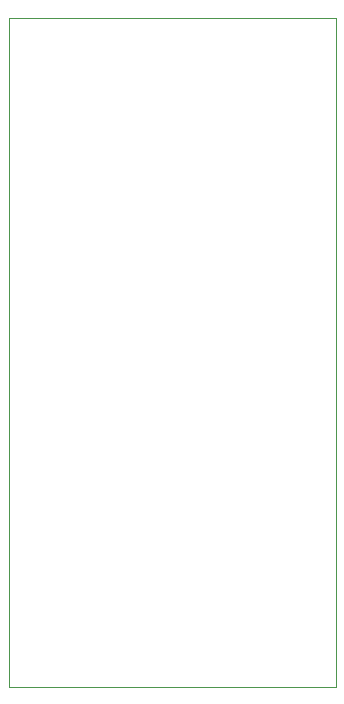
<source format=gbr>
%TF.GenerationSoftware,KiCad,Pcbnew,(6.0.7)*%
%TF.CreationDate,2023-01-29T20:04:43+00:00*%
%TF.ProjectId,DE0_Addon_Board,4445305f-4164-4646-9f6e-5f426f617264,0*%
%TF.SameCoordinates,Original*%
%TF.FileFunction,Profile,NP*%
%FSLAX46Y46*%
G04 Gerber Fmt 4.6, Leading zero omitted, Abs format (unit mm)*
G04 Created by KiCad (PCBNEW (6.0.7)) date 2023-01-29 20:04:43*
%MOMM*%
%LPD*%
G01*
G04 APERTURE LIST*
%TA.AperFunction,Profile*%
%ADD10C,0.100000*%
%TD*%
G04 APERTURE END LIST*
D10*
X65532000Y-21844000D02*
X37846000Y-21844000D01*
X37846000Y-21844000D02*
X37846000Y-78486000D01*
X37846000Y-78486000D02*
X65532000Y-78486000D01*
X65532000Y-78486000D02*
X65532000Y-21844000D01*
M02*

</source>
